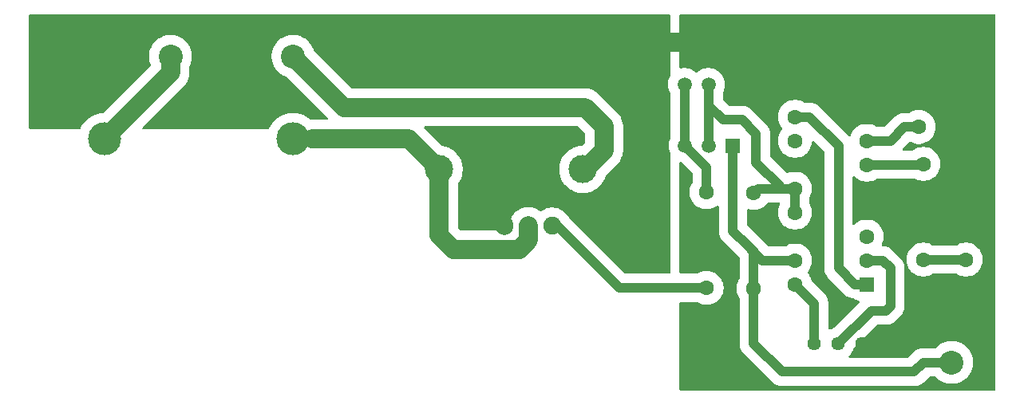
<source format=gbr>
%TF.GenerationSoftware,KiCad,Pcbnew,9.0.4*%
%TF.CreationDate,2025-11-25T15:00:47-03:00*%
%TF.ProjectId,Conversor Boost-MCC. Andr__ Nicollas e Vinicius,436f6e76-6572-4736-9f72-20426f6f7374,rev?*%
%TF.SameCoordinates,Original*%
%TF.FileFunction,Copper,L2,Bot*%
%TF.FilePolarity,Positive*%
%FSLAX46Y46*%
G04 Gerber Fmt 4.6, Leading zero omitted, Abs format (unit mm)*
G04 Created by KiCad (PCBNEW 9.0.4) date 2025-11-25 15:00:47*
%MOMM*%
%LPD*%
G01*
G04 APERTURE LIST*
G04 Aperture macros list*
%AMRoundRect*
0 Rectangle with rounded corners*
0 $1 Rounding radius*
0 $2 $3 $4 $5 $6 $7 $8 $9 X,Y pos of 4 corners*
0 Add a 4 corners polygon primitive as box body*
4,1,4,$2,$3,$4,$5,$6,$7,$8,$9,$2,$3,0*
0 Add four circle primitives for the rounded corners*
1,1,$1+$1,$2,$3*
1,1,$1+$1,$4,$5*
1,1,$1+$1,$6,$7*
1,1,$1+$1,$8,$9*
0 Add four rect primitives between the rounded corners*
20,1,$1+$1,$2,$3,$4,$5,0*
20,1,$1+$1,$4,$5,$6,$7,0*
20,1,$1+$1,$6,$7,$8,$9,0*
20,1,$1+$1,$8,$9,$2,$3,0*%
G04 Aperture macros list end*
%TA.AperFunction,EtchedComponent*%
%ADD10C,0.000000*%
%TD*%
%TA.AperFunction,ComponentPad*%
%ADD11C,3.000000*%
%TD*%
%TA.AperFunction,ComponentPad*%
%ADD12RoundRect,0.250000X0.550000X-0.550000X0.550000X0.550000X-0.550000X0.550000X-0.550000X-0.550000X0*%
%TD*%
%TA.AperFunction,ComponentPad*%
%ADD13C,1.600000*%
%TD*%
%TA.AperFunction,ComponentPad*%
%ADD14C,2.540000*%
%TD*%
%TA.AperFunction,ComponentPad*%
%ADD15O,1.905000X2.000000*%
%TD*%
%TA.AperFunction,ComponentPad*%
%ADD16C,1.905000*%
%TD*%
%TA.AperFunction,ComponentPad*%
%ADD17C,1.440000*%
%TD*%
%TA.AperFunction,ComponentPad*%
%ADD18RoundRect,0.250000X0.550000X0.550000X-0.550000X0.550000X-0.550000X-0.550000X0.550000X-0.550000X0*%
%TD*%
%TA.AperFunction,ComponentPad*%
%ADD19C,1.500000*%
%TD*%
%TA.AperFunction,ComponentPad*%
%ADD20R,1.500000X1.500000*%
%TD*%
%TA.AperFunction,ComponentPad*%
%ADD21C,3.500000*%
%TD*%
%TA.AperFunction,SMDPad,CuDef*%
%ADD22C,2.000000*%
%TD*%
%TA.AperFunction,Conductor*%
%ADD23C,1.000000*%
%TD*%
%TA.AperFunction,Conductor*%
%ADD24C,2.000000*%
%TD*%
G04 APERTURE END LIST*
D10*
%TA.AperFunction,EtchedComponent*%
%TO.C,NT1*%
G36*
X105500000Y-22500000D02*
G01*
X101500000Y-22500000D01*
X101500000Y-20500000D01*
X105500000Y-20500000D01*
X105500000Y-22500000D01*
G37*
%TD.AperFunction*%
%TD*%
D11*
%TO.P,D1,2,A*%
%TO.N,/Dreno*%
X78500000Y-35000000D03*
%TO.P,D1,1,K*%
%TO.N,+24V*%
X93750000Y-35000000D03*
%TD*%
D12*
%TO.P,C1,1*%
%TO.N,+24V*%
X84000000Y-28402651D03*
D13*
%TO.P,C1,2*%
%TO.N,GNDPWR*%
X84000000Y-23402651D03*
%TD*%
%TO.P,C2,2*%
%TO.N,GNDPWR*%
X94000000Y-23402651D03*
D12*
%TO.P,C2,1*%
%TO.N,+24V*%
X94000000Y-28402651D03*
%TD*%
D14*
%TO.P,J3,2,Pin_2*%
%TO.N,GNDPWR*%
X68000000Y-23000000D03*
%TO.P,J3,1,Pin_1*%
%TO.N,+24V*%
X63000000Y-23000000D03*
%TD*%
D15*
%TO.P,Q1,3,S*%
%TO.N,GNDPWR*%
X85420000Y-41000000D03*
D16*
%TO.P,Q1,2,G*%
%TO.N,/Driver*%
X90500000Y-41000000D03*
D15*
%TO.P,Q1,1,D*%
%TO.N,/Dreno*%
X87960000Y-41000000D03*
%TD*%
D17*
%TO.P,RV1,3,3*%
%TO.N,GND*%
X123370000Y-53500000D03*
%TO.P,RV1,2,2*%
%TO.N,Net-(U1-IN)*%
X120830000Y-53500000D03*
%TO.P,RV1,1,1*%
%TO.N,Net-(U1-V_REF)*%
X118290000Y-53500000D03*
%TD*%
D13*
%TO.P,R1,2*%
%TO.N,Net-(R1-Pad2)*%
X129870000Y-44580000D03*
%TO.P,R1,1*%
%TO.N,Net-(U1-RT)*%
X129870000Y-34420000D03*
%TD*%
%TO.P,U1,16,V_REF*%
%TO.N,Net-(U1-V_REF)*%
X116250000Y-47200000D03*
%TO.P,U1,15,V_IN*%
%TO.N,+15V*%
X116250000Y-44660000D03*
%TO.P,U1,14,Eb*%
%TO.N,GND*%
X116250000Y-42120000D03*
%TO.P,U1,13,Cb*%
%TO.N,Net-(Q2-B)*%
X116250000Y-39580000D03*
%TO.P,U1,12,Ea*%
X116250000Y-37040000D03*
%TO.P,U1,11,Ca*%
%TO.N,GND*%
X116250000Y-34500000D03*
%TO.P,U1,10,S/D*%
%TO.N,unconnected-(U1-S{slash}D-Pad10)*%
X116250000Y-31960000D03*
%TO.P,U1,9,COMP*%
%TO.N,Net-(U1-COMP)*%
X116250000Y-29420000D03*
%TO.P,U1,8,GND*%
%TO.N,GND*%
X123870000Y-29420000D03*
%TO.P,U1,7,CT*%
%TO.N,Net-(U1-CT)*%
X123870000Y-31960000D03*
%TO.P,U1,6,RT*%
%TO.N,Net-(U1-RT)*%
X123870000Y-34500000D03*
%TO.P,U1,5,CLSENSE-*%
%TO.N,GND*%
X123870000Y-37040000D03*
%TO.P,U1,4,CLSENSE+*%
X123870000Y-39580000D03*
%TO.P,U1,3,OSC_OUT*%
%TO.N,unconnected-(U1-OSC_OUT-Pad3)*%
X123870000Y-42120000D03*
%TO.P,U1,2,IN*%
%TO.N,Net-(U1-IN)*%
X123870000Y-44660000D03*
D18*
%TO.P,U1,1,INV_IN*%
%TO.N,Net-(U1-COMP)*%
X123870000Y-47200000D03*
%TD*%
D13*
%TO.P,R4,2*%
%TO.N,/Driver*%
X106870000Y-47580000D03*
%TO.P,R4,1*%
%TO.N,Net-(Q2-E)*%
X106870000Y-37420000D03*
%TD*%
%TO.P,R2,2*%
%TO.N,GND*%
X134370000Y-34420000D03*
%TO.P,R2,1*%
%TO.N,Net-(R1-Pad2)*%
X134370000Y-44580000D03*
%TD*%
%TO.P,R3,2*%
%TO.N,Net-(Q2-B)*%
X111870000Y-37500000D03*
%TO.P,R3,1*%
%TO.N,+15V*%
X111870000Y-47660000D03*
%TD*%
D14*
%TO.P,J2,2,Pin_2*%
%TO.N,GND*%
X132870000Y-50500000D03*
%TO.P,J2,1,Pin_1*%
%TO.N,+15V*%
X132870000Y-55500000D03*
%TD*%
D13*
%TO.P,C3,2*%
%TO.N,GND*%
X134370000Y-30500000D03*
%TO.P,C3,1*%
%TO.N,Net-(U1-CT)*%
X129370000Y-30500000D03*
%TD*%
D19*
%TO.P,Q3,3,E*%
%TO.N,Net-(Q2-E)*%
X104580000Y-32480000D03*
%TO.P,Q3,2,B*%
%TO.N,Net-(Q2-B)*%
X107120000Y-32480000D03*
D20*
%TO.P,Q3,1,C*%
%TO.N,+15V*%
X109660000Y-32480000D03*
%TD*%
D19*
%TO.P,Q2,3,E*%
%TO.N,Net-(Q2-E)*%
X104540000Y-25980000D03*
%TO.P,Q2,2,B*%
%TO.N,Net-(Q2-B)*%
X107080000Y-25980000D03*
D20*
%TO.P,Q2,1,C*%
%TO.N,GND*%
X109620000Y-25980000D03*
%TD*%
D21*
%TO.P,L1,1,1*%
%TO.N,/Dreno*%
X63000000Y-31750000D03*
%TO.P,L1,2,2*%
%TO.N,+12V*%
X43000000Y-31750000D03*
%TD*%
D14*
%TO.P,J1,1,Pin_1*%
%TO.N,+12V*%
X50000000Y-23000000D03*
%TO.P,J1,2,Pin_2*%
%TO.N,GNDPWR*%
X55000000Y-23000000D03*
%TD*%
D22*
%TO.P,NT1,1,1*%
%TO.N,GND*%
X105500000Y-21500000D03*
%TO.P,NT1,2,2*%
%TO.N,GNDPWR*%
X101500000Y-21500000D03*
%TD*%
D23*
%TO.N,+15V*%
X109660000Y-41540000D02*
X111245000Y-43125000D01*
X109660000Y-32480000D02*
X109660000Y-41540000D01*
D24*
%TO.N,/Dreno*%
X87000000Y-43500000D02*
X87960000Y-42540000D01*
X87960000Y-42540000D02*
X87960000Y-41000000D01*
X78500000Y-42000000D02*
X80000000Y-43500000D01*
X80000000Y-43500000D02*
X87000000Y-43500000D01*
X78500000Y-35000000D02*
X78500000Y-42000000D01*
%TO.N,+12V*%
X50000000Y-24750000D02*
X43000000Y-31750000D01*
X50000000Y-23000000D02*
X50000000Y-24750000D01*
%TO.N,/Dreno*%
X75250000Y-31750000D02*
X65000000Y-31750000D01*
X75250000Y-31750000D02*
X78500000Y-35000000D01*
%TO.N,+24V*%
X84000000Y-28402651D02*
X68402651Y-28402651D01*
X68402651Y-28402651D02*
X63000000Y-23000000D01*
D23*
%TO.N,/Driver*%
X97580000Y-47580000D02*
X106870000Y-47580000D01*
X91000000Y-41000000D02*
X97580000Y-47580000D01*
D24*
%TO.N,+24V*%
X84000000Y-28402651D02*
X94000000Y-28402651D01*
X96000000Y-33000000D02*
X96000000Y-30402651D01*
X96000000Y-30402651D02*
X94000000Y-28402651D01*
X93750000Y-35000000D02*
X94000000Y-35000000D01*
X94000000Y-35000000D02*
X96000000Y-33000000D01*
D23*
%TO.N,GND*%
X118049000Y-42120000D02*
X118669000Y-41500000D01*
X118669000Y-41500000D02*
X118669000Y-35500000D01*
X116250000Y-42120000D02*
X118049000Y-42120000D01*
%TO.N,Net-(U1-CT)*%
X129370000Y-30500000D02*
X127870000Y-30500000D01*
X127870000Y-30500000D02*
X126410000Y-31960000D01*
%TO.N,GND*%
X118669000Y-35500000D02*
X117669000Y-34500000D01*
X117669000Y-34500000D02*
X116250000Y-34500000D01*
%TO.N,Net-(U1-CT)*%
X126410000Y-31960000D02*
X123870000Y-31960000D01*
%TO.N,Net-(U1-RT)*%
X123870000Y-34500000D02*
X129790000Y-34500000D01*
%TO.N,Net-(U1-IN)*%
X123870000Y-44660000D02*
X125530000Y-44660000D01*
%TO.N,Net-(U1-COMP)*%
X120870000Y-45500000D02*
X120870000Y-32500000D01*
%TO.N,+15V*%
X111870000Y-47660000D02*
X111870000Y-53500000D01*
%TO.N,Net-(U1-IN)*%
X120830000Y-53500000D02*
X124330000Y-50000000D01*
X124030000Y-44500000D02*
X123870000Y-44660000D01*
%TO.N,+15V*%
X111870000Y-53500000D02*
X114870000Y-56500000D01*
X129870000Y-55500000D02*
X132870000Y-55500000D01*
X114870000Y-56500000D02*
X128870000Y-56500000D01*
%TO.N,Net-(R1-Pad2)*%
X134370000Y-44580000D02*
X130030000Y-44580000D01*
%TO.N,Net-(U1-IN)*%
X126370000Y-45500000D02*
X126370000Y-49500000D01*
X125530000Y-44660000D02*
X126370000Y-45500000D01*
%TO.N,Net-(U1-COMP)*%
X122570000Y-47200000D02*
X120870000Y-45500000D01*
%TO.N,Net-(U1-RT)*%
X123950000Y-34580000D02*
X123870000Y-34500000D01*
%TO.N,Net-(U1-IN)*%
X125870000Y-50000000D02*
X126370000Y-49500000D01*
%TO.N,Net-(Q2-B)*%
X116250000Y-39580000D02*
X116250000Y-37040000D01*
%TO.N,Net-(U1-COMP)*%
X123870000Y-47200000D02*
X122570000Y-47200000D01*
X120870000Y-32500000D02*
X117790000Y-29420000D01*
%TO.N,Net-(U1-RT)*%
X129790000Y-34500000D02*
X129870000Y-34580000D01*
%TO.N,+15V*%
X128870000Y-56500000D02*
X129870000Y-55500000D01*
%TO.N,Net-(U1-V_REF)*%
X118290000Y-53500000D02*
X118290000Y-49240000D01*
%TO.N,Net-(R1-Pad2)*%
X130030000Y-44580000D02*
X129870000Y-44740000D01*
%TO.N,Net-(U1-IN)*%
X124330000Y-50000000D02*
X125870000Y-50000000D01*
%TO.N,Net-(U1-V_REF)*%
X118290000Y-49240000D02*
X116250000Y-47200000D01*
%TO.N,Net-(U1-COMP)*%
X117790000Y-29420000D02*
X116250000Y-29420000D01*
%TO.N,Net-(Q2-B)*%
X112330000Y-37040000D02*
X111870000Y-37500000D01*
X107120000Y-32480000D02*
X107120000Y-28250000D01*
X114620000Y-37040000D02*
X112330000Y-37040000D01*
X116250000Y-37040000D02*
X114620000Y-37040000D01*
%TO.N,Net-(Q2-E)*%
X106870000Y-37420000D02*
X106870000Y-34770000D01*
%TO.N,+15V*%
X112780000Y-44660000D02*
X111245000Y-43125000D01*
X116250000Y-44660000D02*
X113210000Y-44660000D01*
X113210000Y-44660000D02*
X112780000Y-44660000D01*
%TO.N,Net-(Q2-E)*%
X106870000Y-34770000D02*
X104580000Y-32480000D01*
%TO.N,Net-(Q2-B)*%
X107120000Y-28250000D02*
X107120000Y-26020000D01*
%TO.N,Net-(Q2-E)*%
X104580000Y-32480000D02*
X104580000Y-26020000D01*
%TO.N,+15V*%
X111870000Y-47660000D02*
X111870000Y-43750000D01*
X111870000Y-43750000D02*
X111245000Y-43125000D01*
%TO.N,Net-(Q2-B)*%
X108620000Y-29750000D02*
X107120000Y-28250000D01*
X112120000Y-34250000D02*
X112120000Y-31250000D01*
X114620000Y-36750000D02*
X112120000Y-34250000D01*
X112120000Y-31250000D02*
X110620000Y-29750000D01*
X110620000Y-29750000D02*
X108620000Y-29750000D01*
X114620000Y-37040000D02*
X114620000Y-36750000D01*
%TD*%
%TA.AperFunction,Conductor*%
%TO.N,GND*%
G36*
X137442539Y-18520185D02*
G01*
X137488294Y-18572989D01*
X137499500Y-18624500D01*
X137499500Y-58375500D01*
X137479815Y-58442539D01*
X137427011Y-58488294D01*
X137375500Y-58499500D01*
X104124000Y-58499500D01*
X104056961Y-58479815D01*
X104011206Y-58427011D01*
X104000000Y-58375500D01*
X104000000Y-49204500D01*
X104019685Y-49137461D01*
X104072489Y-49091706D01*
X104124000Y-49080500D01*
X105834717Y-49080500D01*
X105896717Y-49097113D01*
X106071943Y-49198280D01*
X106071948Y-49198282D01*
X106071951Y-49198284D01*
X106290007Y-49288606D01*
X106517986Y-49349693D01*
X106751989Y-49380500D01*
X106751996Y-49380500D01*
X106988004Y-49380500D01*
X106988011Y-49380500D01*
X107222014Y-49349693D01*
X107449993Y-49288606D01*
X107668049Y-49198284D01*
X107872450Y-49080273D01*
X108059699Y-48936592D01*
X108226592Y-48769699D01*
X108370273Y-48582450D01*
X108481559Y-48389697D01*
X108488284Y-48378050D01*
X108488284Y-48378048D01*
X108578606Y-48159993D01*
X108639693Y-47932014D01*
X108670500Y-47698011D01*
X108670500Y-47461989D01*
X108639693Y-47227986D01*
X108578606Y-47000007D01*
X108488284Y-46781951D01*
X108488282Y-46781948D01*
X108488280Y-46781943D01*
X108446118Y-46708918D01*
X108370273Y-46577550D01*
X108311001Y-46500306D01*
X108226593Y-46390302D01*
X108226587Y-46390295D01*
X108059704Y-46223412D01*
X108059697Y-46223406D01*
X107872454Y-46079730D01*
X107872453Y-46079729D01*
X107872450Y-46079727D01*
X107746622Y-46007080D01*
X107668056Y-45961719D01*
X107668045Y-45961714D01*
X107449993Y-45871394D01*
X107222010Y-45810306D01*
X106988020Y-45779501D01*
X106988017Y-45779500D01*
X106988011Y-45779500D01*
X106751989Y-45779500D01*
X106751983Y-45779500D01*
X106751979Y-45779501D01*
X106517989Y-45810306D01*
X106290006Y-45871394D01*
X106071954Y-45961714D01*
X106071943Y-45961719D01*
X105896717Y-46062887D01*
X105834717Y-46079500D01*
X104124000Y-46079500D01*
X104056961Y-46059815D01*
X104011206Y-46007011D01*
X104000000Y-45955500D01*
X104000000Y-34321389D01*
X104019685Y-34254350D01*
X104072489Y-34208595D01*
X104141647Y-34198651D01*
X104205203Y-34227676D01*
X104211681Y-34233708D01*
X105333181Y-35355208D01*
X105366666Y-35416531D01*
X105369500Y-35442889D01*
X105369500Y-36384717D01*
X105352887Y-36446717D01*
X105251719Y-36621943D01*
X105251714Y-36621954D01*
X105161394Y-36840006D01*
X105100306Y-37067989D01*
X105069501Y-37301979D01*
X105069500Y-37301995D01*
X105069500Y-37538004D01*
X105069501Y-37538020D01*
X105100306Y-37772010D01*
X105161394Y-37999993D01*
X105251714Y-38218045D01*
X105251719Y-38218056D01*
X105322677Y-38340957D01*
X105369727Y-38422450D01*
X105369729Y-38422453D01*
X105369730Y-38422454D01*
X105513406Y-38609697D01*
X105513412Y-38609704D01*
X105680295Y-38776587D01*
X105680302Y-38776593D01*
X105687285Y-38781951D01*
X105867550Y-38920273D01*
X105998918Y-38996118D01*
X106071943Y-39038280D01*
X106071948Y-39038282D01*
X106071951Y-39038284D01*
X106290007Y-39128606D01*
X106517986Y-39189693D01*
X106751989Y-39220500D01*
X106751996Y-39220500D01*
X106988004Y-39220500D01*
X106988011Y-39220500D01*
X107222014Y-39189693D01*
X107449993Y-39128606D01*
X107668049Y-39038284D01*
X107872450Y-38920273D01*
X107960014Y-38853083D01*
X108025183Y-38827889D01*
X108093628Y-38841927D01*
X108143617Y-38890741D01*
X108159500Y-38951459D01*
X108159500Y-41658097D01*
X108196446Y-41891368D01*
X108269433Y-42115996D01*
X108376657Y-42326434D01*
X108515484Y-42517511D01*
X110333181Y-44335208D01*
X110366666Y-44396531D01*
X110369500Y-44422889D01*
X110369500Y-46624717D01*
X110352887Y-46686717D01*
X110251719Y-46861943D01*
X110251714Y-46861954D01*
X110161394Y-47080006D01*
X110100306Y-47307989D01*
X110069501Y-47541979D01*
X110069500Y-47541995D01*
X110069500Y-47778004D01*
X110069501Y-47778020D01*
X110100306Y-48012010D01*
X110161394Y-48239993D01*
X110223403Y-48389697D01*
X110251716Y-48458049D01*
X110352887Y-48633282D01*
X110369500Y-48695281D01*
X110369500Y-53618097D01*
X110406446Y-53851368D01*
X110479433Y-54075996D01*
X110551104Y-54216657D01*
X110586657Y-54286434D01*
X110725483Y-54477510D01*
X113892490Y-57644518D01*
X114012419Y-57731651D01*
X114083567Y-57783343D01*
X114182991Y-57834002D01*
X114294003Y-57890566D01*
X114294005Y-57890566D01*
X114294008Y-57890568D01*
X114414412Y-57929689D01*
X114518631Y-57963553D01*
X114751903Y-58000500D01*
X114751908Y-58000500D01*
X128988097Y-58000500D01*
X129221368Y-57963553D01*
X129445992Y-57890568D01*
X129656434Y-57783343D01*
X129847510Y-57644517D01*
X130455209Y-57036819D01*
X130516532Y-57003334D01*
X130542890Y-57000500D01*
X131108166Y-57000500D01*
X131175205Y-57020185D01*
X131195847Y-57036819D01*
X131369738Y-57210711D01*
X131369744Y-57210716D01*
X131605871Y-57391903D01*
X131863625Y-57540717D01*
X131863626Y-57540717D01*
X131863629Y-57540719D01*
X132046947Y-57616651D01*
X132138603Y-57654617D01*
X132138604Y-57654617D01*
X132138606Y-57654618D01*
X132426097Y-57731651D01*
X132721184Y-57770500D01*
X132721191Y-57770500D01*
X133018809Y-57770500D01*
X133018816Y-57770500D01*
X133313903Y-57731651D01*
X133601394Y-57654618D01*
X133876371Y-57540719D01*
X134134129Y-57391903D01*
X134370257Y-57210715D01*
X134580715Y-57000257D01*
X134761903Y-56764129D01*
X134910719Y-56506371D01*
X135024618Y-56231394D01*
X135101651Y-55943903D01*
X135140500Y-55648816D01*
X135140500Y-55351184D01*
X135101651Y-55056097D01*
X135024618Y-54768606D01*
X134910719Y-54493629D01*
X134901413Y-54477511D01*
X134761903Y-54235871D01*
X134580716Y-53999744D01*
X134580710Y-53999737D01*
X134370262Y-53789289D01*
X134370255Y-53789283D01*
X134134128Y-53608096D01*
X133876374Y-53459282D01*
X133876364Y-53459278D01*
X133601396Y-53345382D01*
X133313901Y-53268348D01*
X133018825Y-53229501D01*
X133018822Y-53229500D01*
X133018816Y-53229500D01*
X132721184Y-53229500D01*
X132721178Y-53229500D01*
X132721174Y-53229501D01*
X132426098Y-53268348D01*
X132138603Y-53345382D01*
X131863635Y-53459278D01*
X131863625Y-53459282D01*
X131605871Y-53608096D01*
X131369744Y-53789283D01*
X131369738Y-53789288D01*
X131195847Y-53963181D01*
X131134524Y-53996666D01*
X131108166Y-53999500D01*
X129751903Y-53999500D01*
X129518631Y-54036446D01*
X129294003Y-54109433D01*
X129083563Y-54216659D01*
X128892496Y-54355476D01*
X128892491Y-54355480D01*
X128284792Y-54963181D01*
X128223469Y-54996666D01*
X128197111Y-54999500D01*
X122063018Y-54999500D01*
X121995979Y-54979815D01*
X121950224Y-54927011D01*
X121940280Y-54857853D01*
X121969305Y-54794297D01*
X121975337Y-54787819D01*
X122126311Y-54636844D01*
X122126316Y-54636839D01*
X122263613Y-54457910D01*
X122376381Y-54262591D01*
X122395407Y-54216659D01*
X122462683Y-54054238D01*
X122462686Y-54054230D01*
X122462689Y-54054223D01*
X122477839Y-53997679D01*
X122509930Y-53942095D01*
X124915208Y-51536819D01*
X124976531Y-51503334D01*
X125002889Y-51500500D01*
X125988097Y-51500500D01*
X126221368Y-51463553D01*
X126445992Y-51390568D01*
X126656434Y-51283343D01*
X126847510Y-51144517D01*
X127514518Y-50477510D01*
X127653343Y-50286433D01*
X127760568Y-50075992D01*
X127833553Y-49851368D01*
X127837696Y-49825208D01*
X127870500Y-49618097D01*
X127870500Y-45381902D01*
X127833553Y-45148631D01*
X127760566Y-44924003D01*
X127686179Y-44778011D01*
X127653343Y-44713566D01*
X127514517Y-44522490D01*
X127454022Y-44461995D01*
X128069500Y-44461995D01*
X128069500Y-44698004D01*
X128069501Y-44698020D01*
X128100306Y-44932010D01*
X128161394Y-45159993D01*
X128251714Y-45378045D01*
X128251719Y-45378056D01*
X128297904Y-45458049D01*
X128369727Y-45582450D01*
X128369729Y-45582453D01*
X128369730Y-45582454D01*
X128513406Y-45769697D01*
X128513412Y-45769704D01*
X128680295Y-45936587D01*
X128680302Y-45936593D01*
X128713043Y-45961716D01*
X128867550Y-46080273D01*
X128998918Y-46156118D01*
X129071943Y-46198280D01*
X129071948Y-46198282D01*
X129071951Y-46198284D01*
X129290007Y-46288606D01*
X129517986Y-46349693D01*
X129751989Y-46380500D01*
X129751996Y-46380500D01*
X129988004Y-46380500D01*
X129988011Y-46380500D01*
X130222014Y-46349693D01*
X130449993Y-46288606D01*
X130668049Y-46198284D01*
X130683381Y-46189432D01*
X130843283Y-46097113D01*
X130905283Y-46080500D01*
X133334717Y-46080500D01*
X133396717Y-46097113D01*
X133571943Y-46198280D01*
X133571948Y-46198282D01*
X133571951Y-46198284D01*
X133790007Y-46288606D01*
X134017986Y-46349693D01*
X134251989Y-46380500D01*
X134251996Y-46380500D01*
X134488004Y-46380500D01*
X134488011Y-46380500D01*
X134722014Y-46349693D01*
X134949993Y-46288606D01*
X135168049Y-46198284D01*
X135372450Y-46080273D01*
X135559699Y-45936592D01*
X135726592Y-45769699D01*
X135870273Y-45582450D01*
X135988284Y-45378049D01*
X136078606Y-45159993D01*
X136139693Y-44932014D01*
X136170500Y-44698011D01*
X136170500Y-44461989D01*
X136139693Y-44227986D01*
X136078606Y-44000007D01*
X135988284Y-43781951D01*
X135988282Y-43781948D01*
X135988280Y-43781943D01*
X135915879Y-43656542D01*
X135870273Y-43577550D01*
X135787978Y-43470301D01*
X135726593Y-43390302D01*
X135726587Y-43390295D01*
X135559704Y-43223412D01*
X135559697Y-43223406D01*
X135372454Y-43079730D01*
X135372453Y-43079729D01*
X135372450Y-43079727D01*
X135265281Y-43017853D01*
X135168056Y-42961719D01*
X135168045Y-42961714D01*
X134949993Y-42871394D01*
X134722010Y-42810306D01*
X134488020Y-42779501D01*
X134488017Y-42779500D01*
X134488011Y-42779500D01*
X134251989Y-42779500D01*
X134251983Y-42779500D01*
X134251979Y-42779501D01*
X134017989Y-42810306D01*
X133790006Y-42871394D01*
X133571954Y-42961714D01*
X133571943Y-42961719D01*
X133396717Y-43062887D01*
X133334717Y-43079500D01*
X130905283Y-43079500D01*
X130843283Y-43062887D01*
X130668056Y-42961719D01*
X130668045Y-42961714D01*
X130449993Y-42871394D01*
X130222010Y-42810306D01*
X129988020Y-42779501D01*
X129988017Y-42779500D01*
X129988011Y-42779500D01*
X129751989Y-42779500D01*
X129751983Y-42779500D01*
X129751979Y-42779501D01*
X129517989Y-42810306D01*
X129290006Y-42871394D01*
X129071954Y-42961714D01*
X129071943Y-42961719D01*
X128867545Y-43079730D01*
X128680302Y-43223406D01*
X128680295Y-43223412D01*
X128513412Y-43390295D01*
X128513406Y-43390302D01*
X128369730Y-43577545D01*
X128251719Y-43781943D01*
X128251714Y-43781954D01*
X128161394Y-44000006D01*
X128100306Y-44227989D01*
X128069501Y-44461979D01*
X128069500Y-44461995D01*
X127454022Y-44461995D01*
X126507510Y-43515483D01*
X126316434Y-43376657D01*
X126105996Y-43269433D01*
X125881368Y-43196446D01*
X125648097Y-43159500D01*
X125648092Y-43159500D01*
X125563657Y-43159500D01*
X125496618Y-43139815D01*
X125450863Y-43087011D01*
X125440919Y-43017853D01*
X125456270Y-42973500D01*
X125488280Y-42918056D01*
X125488280Y-42918055D01*
X125488284Y-42918049D01*
X125578606Y-42699993D01*
X125639693Y-42472014D01*
X125670500Y-42238011D01*
X125670500Y-42001989D01*
X125639693Y-41767986D01*
X125578606Y-41540007D01*
X125488284Y-41321951D01*
X125488282Y-41321948D01*
X125488280Y-41321943D01*
X125416885Y-41198285D01*
X125370273Y-41117550D01*
X125231419Y-40936592D01*
X125226593Y-40930302D01*
X125226587Y-40930295D01*
X125059704Y-40763412D01*
X125059697Y-40763406D01*
X124872454Y-40619730D01*
X124872453Y-40619729D01*
X124872450Y-40619727D01*
X124790957Y-40572677D01*
X124668056Y-40501719D01*
X124668045Y-40501714D01*
X124449993Y-40411394D01*
X124222010Y-40350306D01*
X123988020Y-40319501D01*
X123988017Y-40319500D01*
X123988011Y-40319500D01*
X123751989Y-40319500D01*
X123751983Y-40319500D01*
X123751979Y-40319501D01*
X123517989Y-40350306D01*
X123290006Y-40411394D01*
X123071954Y-40501714D01*
X123071943Y-40501719D01*
X122867545Y-40619730D01*
X122680302Y-40763406D01*
X122680295Y-40763412D01*
X122582181Y-40861527D01*
X122520858Y-40895012D01*
X122451166Y-40890028D01*
X122395233Y-40848156D01*
X122370816Y-40782692D01*
X122370500Y-40773846D01*
X122370500Y-35846154D01*
X122390185Y-35779115D01*
X122442989Y-35733360D01*
X122512147Y-35723416D01*
X122575703Y-35752441D01*
X122582181Y-35758473D01*
X122680295Y-35856587D01*
X122680301Y-35856592D01*
X122867550Y-36000273D01*
X122998918Y-36076118D01*
X123071943Y-36118280D01*
X123071948Y-36118282D01*
X123071951Y-36118284D01*
X123290007Y-36208606D01*
X123517986Y-36269693D01*
X123751989Y-36300500D01*
X123751996Y-36300500D01*
X123988004Y-36300500D01*
X123988011Y-36300500D01*
X124222014Y-36269693D01*
X124449993Y-36208606D01*
X124668049Y-36118284D01*
X124806610Y-36038286D01*
X124843283Y-36017113D01*
X124905283Y-36000500D01*
X128973282Y-36000500D01*
X129035281Y-36017112D01*
X129071951Y-36038284D01*
X129290007Y-36128606D01*
X129517986Y-36189693D01*
X129751989Y-36220500D01*
X129751996Y-36220500D01*
X129988004Y-36220500D01*
X129988011Y-36220500D01*
X130222014Y-36189693D01*
X130449993Y-36128606D01*
X130668049Y-36038284D01*
X130872450Y-35920273D01*
X131059699Y-35776592D01*
X131226592Y-35609699D01*
X131370273Y-35422450D01*
X131488284Y-35218049D01*
X131578606Y-34999993D01*
X131639693Y-34772014D01*
X131670500Y-34538011D01*
X131670500Y-34301989D01*
X131639693Y-34067986D01*
X131578606Y-33840007D01*
X131488284Y-33621951D01*
X131488282Y-33621948D01*
X131488280Y-33621943D01*
X131415879Y-33496542D01*
X131370273Y-33417550D01*
X131292805Y-33316592D01*
X131226593Y-33230302D01*
X131226587Y-33230295D01*
X131059704Y-33063412D01*
X131059697Y-33063406D01*
X130872454Y-32919730D01*
X130872453Y-32919729D01*
X130872450Y-32919727D01*
X130765281Y-32857853D01*
X130668056Y-32801719D01*
X130668045Y-32801714D01*
X130449993Y-32711394D01*
X130222010Y-32650306D01*
X129988020Y-32619501D01*
X129988017Y-32619500D01*
X129988011Y-32619500D01*
X129751989Y-32619500D01*
X129751983Y-32619500D01*
X129751979Y-32619501D01*
X129517989Y-32650306D01*
X129290006Y-32711394D01*
X129071954Y-32801714D01*
X129071943Y-32801719D01*
X128867557Y-32919722D01*
X128867541Y-32919733D01*
X128796981Y-32973876D01*
X128731812Y-32999070D01*
X128721495Y-32999500D01*
X127791889Y-32999500D01*
X127724850Y-32979815D01*
X127679095Y-32927011D01*
X127669151Y-32857853D01*
X127698176Y-32794297D01*
X127704208Y-32787819D01*
X127952034Y-32539993D01*
X128379013Y-32113013D01*
X128440334Y-32079530D01*
X128510025Y-32084514D01*
X128528691Y-32093308D01*
X128571951Y-32118284D01*
X128790007Y-32208606D01*
X129017986Y-32269693D01*
X129251989Y-32300500D01*
X129251996Y-32300500D01*
X129488004Y-32300500D01*
X129488011Y-32300500D01*
X129722014Y-32269693D01*
X129949993Y-32208606D01*
X130168049Y-32118284D01*
X130372450Y-32000273D01*
X130559699Y-31856592D01*
X130726592Y-31689699D01*
X130870273Y-31502450D01*
X130988284Y-31298049D01*
X131078606Y-31079993D01*
X131139693Y-30852014D01*
X131170500Y-30618011D01*
X131170500Y-30381989D01*
X131139693Y-30147986D01*
X131078606Y-29920007D01*
X130988284Y-29701951D01*
X130988282Y-29701948D01*
X130988280Y-29701943D01*
X130893638Y-29538020D01*
X130870273Y-29497550D01*
X130726592Y-29310301D01*
X130726587Y-29310295D01*
X130559704Y-29143412D01*
X130559697Y-29143406D01*
X130372454Y-28999730D01*
X130372453Y-28999729D01*
X130372450Y-28999727D01*
X130290957Y-28952677D01*
X130168056Y-28881719D01*
X130168045Y-28881714D01*
X129949993Y-28791394D01*
X129722010Y-28730306D01*
X129488020Y-28699501D01*
X129488017Y-28699500D01*
X129488011Y-28699500D01*
X129251989Y-28699500D01*
X129251983Y-28699500D01*
X129251979Y-28699501D01*
X129017989Y-28730306D01*
X128790006Y-28791394D01*
X128571954Y-28881714D01*
X128571943Y-28881719D01*
X128396717Y-28982887D01*
X128334717Y-28999500D01*
X127751903Y-28999500D01*
X127518631Y-29036446D01*
X127294003Y-29109433D01*
X127083563Y-29216659D01*
X126892496Y-29355476D01*
X126892491Y-29355480D01*
X125824792Y-30423181D01*
X125763469Y-30456666D01*
X125737111Y-30459500D01*
X124905283Y-30459500D01*
X124843283Y-30442887D01*
X124668056Y-30341719D01*
X124668045Y-30341714D01*
X124449993Y-30251394D01*
X124222010Y-30190306D01*
X123988020Y-30159501D01*
X123988017Y-30159500D01*
X123988011Y-30159500D01*
X123751989Y-30159500D01*
X123751983Y-30159500D01*
X123751979Y-30159501D01*
X123517989Y-30190306D01*
X123290006Y-30251394D01*
X123071954Y-30341714D01*
X123071943Y-30341719D01*
X122867545Y-30459730D01*
X122680302Y-30603406D01*
X122680295Y-30603412D01*
X122513412Y-30770295D01*
X122513406Y-30770302D01*
X122369730Y-30957545D01*
X122251719Y-31161943D01*
X122251714Y-31161954D01*
X122161394Y-31380006D01*
X122155833Y-31400762D01*
X122119468Y-31460422D01*
X122056621Y-31490951D01*
X121987245Y-31482656D01*
X121948377Y-31456349D01*
X118767512Y-28275485D01*
X118767511Y-28275484D01*
X118731747Y-28249500D01*
X118576434Y-28136657D01*
X118365996Y-28029433D01*
X118141368Y-27956446D01*
X117908097Y-27919500D01*
X117908092Y-27919500D01*
X117285283Y-27919500D01*
X117223283Y-27902887D01*
X117048056Y-27801719D01*
X117048045Y-27801714D01*
X116829993Y-27711394D01*
X116602014Y-27650307D01*
X116602013Y-27650306D01*
X116602010Y-27650306D01*
X116368020Y-27619501D01*
X116368017Y-27619500D01*
X116368011Y-27619500D01*
X116131989Y-27619500D01*
X116131983Y-27619500D01*
X116131979Y-27619501D01*
X115897989Y-27650306D01*
X115670006Y-27711394D01*
X115451954Y-27801714D01*
X115451943Y-27801719D01*
X115247545Y-27919730D01*
X115060302Y-28063406D01*
X115060295Y-28063412D01*
X114893412Y-28230295D01*
X114893406Y-28230302D01*
X114749730Y-28417545D01*
X114631719Y-28621943D01*
X114631714Y-28621954D01*
X114541394Y-28840006D01*
X114480306Y-29067989D01*
X114449501Y-29301979D01*
X114449500Y-29301995D01*
X114449500Y-29538004D01*
X114449501Y-29538020D01*
X114480306Y-29772010D01*
X114541394Y-29999993D01*
X114631714Y-30218045D01*
X114631719Y-30218056D01*
X114702677Y-30340957D01*
X114749727Y-30422450D01*
X114749729Y-30422453D01*
X114749730Y-30422454D01*
X114895879Y-30612920D01*
X114894720Y-30613808D01*
X114921537Y-30671662D01*
X114911983Y-30740876D01*
X114895385Y-30766701D01*
X114895879Y-30767080D01*
X114749730Y-30957545D01*
X114631719Y-31161943D01*
X114631714Y-31161954D01*
X114541394Y-31380006D01*
X114480306Y-31607989D01*
X114449501Y-31841979D01*
X114449500Y-31841995D01*
X114449500Y-32078004D01*
X114449501Y-32078020D01*
X114480306Y-32312010D01*
X114541394Y-32539993D01*
X114631714Y-32758045D01*
X114631719Y-32758056D01*
X114689338Y-32857853D01*
X114749727Y-32962450D01*
X114749729Y-32962453D01*
X114749730Y-32962454D01*
X114893406Y-33149697D01*
X114893412Y-33149704D01*
X115060295Y-33316587D01*
X115060301Y-33316592D01*
X115247550Y-33460273D01*
X115378918Y-33536118D01*
X115451943Y-33578280D01*
X115451948Y-33578282D01*
X115451951Y-33578284D01*
X115670007Y-33668606D01*
X115897986Y-33729693D01*
X116131989Y-33760500D01*
X116131996Y-33760500D01*
X116368004Y-33760500D01*
X116368011Y-33760500D01*
X116602014Y-33729693D01*
X116829993Y-33668606D01*
X117048049Y-33578284D01*
X117252450Y-33460273D01*
X117439699Y-33316592D01*
X117606592Y-33149699D01*
X117750273Y-32962450D01*
X117868284Y-32758049D01*
X117958606Y-32539993D01*
X118019693Y-32312014D01*
X118049728Y-32083869D01*
X118077994Y-32019974D01*
X118136319Y-31981503D01*
X118206183Y-31980672D01*
X118260348Y-32012375D01*
X119333181Y-33085208D01*
X119366666Y-33146531D01*
X119369500Y-33172889D01*
X119369500Y-45618097D01*
X119406446Y-45851368D01*
X119479433Y-46075996D01*
X119585672Y-46284500D01*
X119586657Y-46286434D01*
X119725483Y-46477510D01*
X121592490Y-48344517D01*
X121783566Y-48483343D01*
X121882992Y-48534003D01*
X121994003Y-48590566D01*
X121994005Y-48590566D01*
X121994008Y-48590568D01*
X122114412Y-48629689D01*
X122218631Y-48663553D01*
X122451903Y-48700500D01*
X122451908Y-48700500D01*
X122457363Y-48700500D01*
X122524402Y-48720185D01*
X122527979Y-48722572D01*
X122666126Y-48818280D01*
X122700374Y-48842007D01*
X122747347Y-48863343D01*
X122905314Y-48935095D01*
X122905315Y-48935095D01*
X122905317Y-48935096D01*
X122986992Y-48955676D01*
X123047188Y-48991143D01*
X123078654Y-49053526D01*
X123071398Y-49123018D01*
X123044373Y-49163598D01*
X120387905Y-51820066D01*
X120332320Y-51852159D01*
X120275774Y-51867311D01*
X120275772Y-51867312D01*
X120067417Y-51953614D01*
X120067401Y-51953622D01*
X119976500Y-52006105D01*
X119908600Y-52022578D01*
X119842573Y-51999726D01*
X119799382Y-51944804D01*
X119790500Y-51898718D01*
X119790500Y-49121902D01*
X119753553Y-48888631D01*
X119714909Y-48769697D01*
X119680568Y-48664008D01*
X119680566Y-48664005D01*
X119680566Y-48664003D01*
X119624002Y-48552991D01*
X119573343Y-48453567D01*
X119518476Y-48378049D01*
X119434518Y-48262490D01*
X118043068Y-46871041D01*
X118010975Y-46815454D01*
X117958606Y-46620007D01*
X117899582Y-46477510D01*
X117868288Y-46401959D01*
X117868280Y-46401943D01*
X117802844Y-46288606D01*
X117750273Y-46197550D01*
X117660458Y-46080500D01*
X117604121Y-46007080D01*
X117605286Y-46006185D01*
X117578469Y-45948381D01*
X117587998Y-45879165D01*
X117604619Y-45853302D01*
X117604121Y-45852920D01*
X117660457Y-45779501D01*
X117750273Y-45662450D01*
X117868284Y-45458049D01*
X117958606Y-45239993D01*
X118019693Y-45012014D01*
X118050500Y-44778011D01*
X118050500Y-44541989D01*
X118019693Y-44307986D01*
X117958606Y-44080007D01*
X117868284Y-43861951D01*
X117868282Y-43861948D01*
X117868280Y-43861943D01*
X117822091Y-43781943D01*
X117750273Y-43657550D01*
X117606592Y-43470301D01*
X117606587Y-43470295D01*
X117439704Y-43303412D01*
X117439697Y-43303406D01*
X117252454Y-43159730D01*
X117252453Y-43159729D01*
X117252450Y-43159727D01*
X117170957Y-43112677D01*
X117048056Y-43041719D01*
X117048045Y-43041714D01*
X116829993Y-42951394D01*
X116602010Y-42890306D01*
X116368020Y-42859501D01*
X116368017Y-42859500D01*
X116368011Y-42859500D01*
X116131989Y-42859500D01*
X116131983Y-42859500D01*
X116131979Y-42859501D01*
X115897989Y-42890306D01*
X115670006Y-42951394D01*
X115451954Y-43041714D01*
X115451943Y-43041719D01*
X115276717Y-43142887D01*
X115214717Y-43159500D01*
X113452890Y-43159500D01*
X113385851Y-43139815D01*
X113365209Y-43123181D01*
X112222510Y-41980483D01*
X111196819Y-40954792D01*
X111163334Y-40893469D01*
X111160500Y-40867111D01*
X111160500Y-39335504D01*
X111180185Y-39268465D01*
X111232989Y-39222710D01*
X111302147Y-39212766D01*
X111316578Y-39215725D01*
X111517986Y-39269693D01*
X111751989Y-39300500D01*
X111751996Y-39300500D01*
X111988004Y-39300500D01*
X111988011Y-39300500D01*
X112222014Y-39269693D01*
X112449993Y-39208606D01*
X112668049Y-39118284D01*
X112872450Y-39000273D01*
X113059699Y-38856592D01*
X113226592Y-38689699D01*
X113303850Y-38589013D01*
X113360277Y-38547811D01*
X113402226Y-38540500D01*
X114501908Y-38540500D01*
X114556343Y-38540500D01*
X114623382Y-38560185D01*
X114669137Y-38612989D01*
X114679081Y-38682147D01*
X114663730Y-38726500D01*
X114631719Y-38781943D01*
X114631714Y-38781954D01*
X114541394Y-39000006D01*
X114480306Y-39227989D01*
X114449501Y-39461979D01*
X114449500Y-39461995D01*
X114449500Y-39698004D01*
X114449501Y-39698020D01*
X114480306Y-39932010D01*
X114541394Y-40159993D01*
X114631714Y-40378045D01*
X114631719Y-40378056D01*
X114702677Y-40500957D01*
X114749727Y-40582450D01*
X114749729Y-40582453D01*
X114749730Y-40582454D01*
X114893406Y-40769697D01*
X114893412Y-40769704D01*
X115060295Y-40936587D01*
X115060302Y-40936593D01*
X115170306Y-41021001D01*
X115247550Y-41080273D01*
X115378918Y-41156118D01*
X115451943Y-41198280D01*
X115451948Y-41198282D01*
X115451951Y-41198284D01*
X115670007Y-41288606D01*
X115897986Y-41349693D01*
X116131989Y-41380500D01*
X116131996Y-41380500D01*
X116368004Y-41380500D01*
X116368011Y-41380500D01*
X116602014Y-41349693D01*
X116829993Y-41288606D01*
X117048049Y-41198284D01*
X117252450Y-41080273D01*
X117439699Y-40936592D01*
X117606592Y-40769699D01*
X117750273Y-40582450D01*
X117868284Y-40378049D01*
X117958606Y-40159993D01*
X118019693Y-39932014D01*
X118050500Y-39698011D01*
X118050500Y-39461989D01*
X118019693Y-39227986D01*
X117958606Y-39000007D01*
X117868284Y-38781951D01*
X117868282Y-38781948D01*
X117868280Y-38781943D01*
X117767113Y-38606717D01*
X117750500Y-38544717D01*
X117750500Y-38075281D01*
X117767112Y-38013282D01*
X117868284Y-37838049D01*
X117958606Y-37619993D01*
X118019693Y-37392014D01*
X118050500Y-37158011D01*
X118050500Y-36921989D01*
X118019693Y-36687986D01*
X117958606Y-36460007D01*
X117868284Y-36241951D01*
X117868282Y-36241948D01*
X117868280Y-36241943D01*
X117802844Y-36128606D01*
X117750273Y-36037550D01*
X117611419Y-35856592D01*
X117606593Y-35850302D01*
X117606587Y-35850295D01*
X117439704Y-35683412D01*
X117439697Y-35683406D01*
X117252454Y-35539730D01*
X117252453Y-35539729D01*
X117252450Y-35539727D01*
X117170957Y-35492677D01*
X117048056Y-35421719D01*
X117048045Y-35421714D01*
X116829993Y-35331394D01*
X116602010Y-35270306D01*
X116368020Y-35239501D01*
X116368017Y-35239500D01*
X116368011Y-35239500D01*
X116131989Y-35239500D01*
X116131983Y-35239500D01*
X116131979Y-35239501D01*
X115897989Y-35270306D01*
X115670003Y-35331395D01*
X115501479Y-35401199D01*
X115432010Y-35408668D01*
X115369531Y-35377392D01*
X115366346Y-35374319D01*
X113656819Y-33664792D01*
X113623334Y-33603469D01*
X113620500Y-33577111D01*
X113620500Y-31131902D01*
X113583553Y-30898631D01*
X113568405Y-30852010D01*
X113510568Y-30674008D01*
X113504503Y-30662105D01*
X113403343Y-30463566D01*
X113264517Y-30272490D01*
X111597510Y-28605483D01*
X111406434Y-28466657D01*
X111195996Y-28359433D01*
X110971368Y-28286446D01*
X110738097Y-28249500D01*
X110738092Y-28249500D01*
X109292889Y-28249500D01*
X109225850Y-28229815D01*
X109205208Y-28213181D01*
X108656819Y-27664792D01*
X108623334Y-27603469D01*
X108620500Y-27577111D01*
X108620500Y-26846001D01*
X108637114Y-26784000D01*
X108653338Y-26755899D01*
X108653348Y-26755879D01*
X108672128Y-26710538D01*
X108741158Y-26543887D01*
X108800548Y-26322238D01*
X108830500Y-26094734D01*
X108830500Y-25865266D01*
X108800548Y-25637762D01*
X108741158Y-25416113D01*
X108653344Y-25204112D01*
X108538611Y-25005388D01*
X108538608Y-25005385D01*
X108538607Y-25005382D01*
X108398918Y-24823338D01*
X108398911Y-24823330D01*
X108236670Y-24661089D01*
X108236661Y-24661081D01*
X108054617Y-24521392D01*
X107855890Y-24406657D01*
X107855876Y-24406650D01*
X107643887Y-24318842D01*
X107422238Y-24259452D01*
X107384215Y-24254446D01*
X107194741Y-24229500D01*
X107194734Y-24229500D01*
X106965266Y-24229500D01*
X106965258Y-24229500D01*
X106748715Y-24258009D01*
X106737762Y-24259452D01*
X106696097Y-24270616D01*
X106516112Y-24318842D01*
X106304123Y-24406650D01*
X106304109Y-24406657D01*
X106105382Y-24521392D01*
X105923338Y-24661081D01*
X105897681Y-24686738D01*
X105836358Y-24720223D01*
X105766666Y-24715239D01*
X105722319Y-24686738D01*
X105696670Y-24661089D01*
X105696661Y-24661081D01*
X105514617Y-24521392D01*
X105315890Y-24406657D01*
X105315876Y-24406650D01*
X105103887Y-24318842D01*
X104882238Y-24259452D01*
X104844215Y-24254446D01*
X104654741Y-24229500D01*
X104654734Y-24229500D01*
X104425266Y-24229500D01*
X104425258Y-24229500D01*
X104223040Y-24256124D01*
X104197762Y-24259452D01*
X104197759Y-24259452D01*
X104197747Y-24259455D01*
X104156092Y-24270616D01*
X104086242Y-24268952D01*
X104028380Y-24229789D01*
X104000877Y-24165560D01*
X104000000Y-24150841D01*
X104000000Y-18624500D01*
X104019685Y-18557461D01*
X104072489Y-18511706D01*
X104124000Y-18500500D01*
X137375500Y-18500500D01*
X137442539Y-18520185D01*
G37*
%TD.AperFunction*%
%TD*%
%TA.AperFunction,Conductor*%
%TO.N,GNDPWR*%
G36*
X102943039Y-18520185D02*
G01*
X102988794Y-18572989D01*
X103000000Y-18624500D01*
X103000000Y-25113132D01*
X102983388Y-25175131D01*
X102966655Y-25204113D01*
X102966650Y-25204123D01*
X102878842Y-25416112D01*
X102878842Y-25416113D01*
X102819738Y-25636697D01*
X102819453Y-25637759D01*
X102819451Y-25637770D01*
X102789500Y-25865258D01*
X102789500Y-26094741D01*
X102814446Y-26284215D01*
X102819452Y-26322238D01*
X102850036Y-26436379D01*
X102878842Y-26543887D01*
X102966651Y-26755879D01*
X102966661Y-26755899D01*
X102983386Y-26784866D01*
X103000000Y-26846867D01*
X103000000Y-31695514D01*
X102990561Y-31742967D01*
X102918845Y-31916103D01*
X102918842Y-31916113D01*
X102859453Y-32137759D01*
X102859451Y-32137770D01*
X102829500Y-32365258D01*
X102829500Y-32594741D01*
X102854446Y-32784215D01*
X102859452Y-32822238D01*
X102918842Y-33043887D01*
X102989315Y-33214023D01*
X102990561Y-33217031D01*
X103000000Y-33264484D01*
X103000000Y-45955500D01*
X102980315Y-46022539D01*
X102927511Y-46068294D01*
X102876000Y-46079500D01*
X98252889Y-46079500D01*
X98185850Y-46059815D01*
X98165208Y-46043181D01*
X92265481Y-40143454D01*
X92245775Y-40117773D01*
X92127347Y-39912647D01*
X91971488Y-39709529D01*
X91790470Y-39528511D01*
X91587352Y-39372652D01*
X91365646Y-39244651D01*
X91365631Y-39244644D01*
X91129116Y-39146677D01*
X91014349Y-39115925D01*
X90881829Y-39080417D01*
X90825423Y-39072991D01*
X90628013Y-39047000D01*
X90628006Y-39047000D01*
X90371994Y-39047000D01*
X90371986Y-39047000D01*
X90146373Y-39076704D01*
X90118171Y-39080417D01*
X90051911Y-39098171D01*
X89870883Y-39146677D01*
X89634368Y-39244644D01*
X89634353Y-39244651D01*
X89412643Y-39372655D01*
X89344499Y-39424944D01*
X89279330Y-39450138D01*
X89210885Y-39436099D01*
X89193531Y-39424947D01*
X89073803Y-39333076D01*
X89073799Y-39333074D01*
X89073797Y-39333072D01*
X88846700Y-39201958D01*
X88846690Y-39201953D01*
X88604428Y-39101605D01*
X88604421Y-39101603D01*
X88604419Y-39101602D01*
X88351116Y-39033730D01*
X88293339Y-39026123D01*
X88091127Y-38999500D01*
X88091120Y-38999500D01*
X87828880Y-38999500D01*
X87828872Y-38999500D01*
X87597772Y-39029926D01*
X87568884Y-39033730D01*
X87394645Y-39080417D01*
X87315581Y-39101602D01*
X87315571Y-39101605D01*
X87073309Y-39201953D01*
X87073299Y-39201958D01*
X86846196Y-39333075D01*
X86638148Y-39492718D01*
X86452718Y-39678148D01*
X86293075Y-39886196D01*
X86161958Y-40113299D01*
X86161953Y-40113309D01*
X86061605Y-40355571D01*
X86061602Y-40355581D01*
X85993730Y-40608885D01*
X85959500Y-40868872D01*
X85959500Y-41375500D01*
X85939815Y-41442539D01*
X85887011Y-41488294D01*
X85835500Y-41499500D01*
X80879997Y-41499500D01*
X80812958Y-41479815D01*
X80792316Y-41463181D01*
X80536819Y-41207684D01*
X80503334Y-41146361D01*
X80500500Y-41120003D01*
X80500500Y-36545332D01*
X80520185Y-36478293D01*
X80527554Y-36468018D01*
X80542523Y-36449248D01*
X80691945Y-36211445D01*
X80813801Y-35958408D01*
X80906560Y-35693318D01*
X80969055Y-35419509D01*
X80976602Y-35352532D01*
X81000499Y-35140431D01*
X81000500Y-35140427D01*
X81000500Y-34859572D01*
X81000499Y-34859568D01*
X80969057Y-34580505D01*
X80969054Y-34580487D01*
X80906560Y-34306682D01*
X80906556Y-34306670D01*
X80855615Y-34161090D01*
X80813801Y-34041592D01*
X80691945Y-33788555D01*
X80542523Y-33550752D01*
X80367416Y-33331175D01*
X80168825Y-33132584D01*
X79949248Y-32957477D01*
X79711445Y-32808055D01*
X79711442Y-32808053D01*
X79458411Y-32686200D01*
X79193329Y-32593443D01*
X79193317Y-32593439D01*
X78919512Y-32530945D01*
X78919502Y-32530944D01*
X78895643Y-32528255D01*
X78831230Y-32501186D01*
X78821850Y-32492716D01*
X76943966Y-30614832D01*
X76910481Y-30553509D01*
X76915465Y-30483817D01*
X76957337Y-30427884D01*
X77022801Y-30403467D01*
X77031647Y-30403151D01*
X83868880Y-30403151D01*
X93120004Y-30403151D01*
X93187043Y-30422836D01*
X93207685Y-30439470D01*
X93963181Y-31194966D01*
X93996666Y-31256289D01*
X93999500Y-31282647D01*
X93999500Y-32120004D01*
X93979815Y-32187043D01*
X93963181Y-32207685D01*
X93707685Y-32463181D01*
X93646362Y-32496666D01*
X93620004Y-32499500D01*
X93609568Y-32499500D01*
X93330505Y-32530942D01*
X93330487Y-32530945D01*
X93056682Y-32593439D01*
X93056670Y-32593443D01*
X92791588Y-32686200D01*
X92538557Y-32808053D01*
X92300753Y-32957476D01*
X92081175Y-33132583D01*
X91882583Y-33331175D01*
X91707477Y-33550752D01*
X91558053Y-33788557D01*
X91436200Y-34041588D01*
X91343443Y-34306670D01*
X91343439Y-34306682D01*
X91280945Y-34580487D01*
X91280942Y-34580505D01*
X91249500Y-34859568D01*
X91249500Y-35140431D01*
X91280942Y-35419494D01*
X91280945Y-35419512D01*
X91343439Y-35693317D01*
X91343443Y-35693329D01*
X91436200Y-35958411D01*
X91558053Y-36211442D01*
X91558055Y-36211445D01*
X91707477Y-36449248D01*
X91882584Y-36668825D01*
X92081175Y-36867416D01*
X92300752Y-37042523D01*
X92538555Y-37191945D01*
X92791592Y-37313801D01*
X92990680Y-37383465D01*
X93056670Y-37406556D01*
X93056682Y-37406560D01*
X93330491Y-37469055D01*
X93330497Y-37469055D01*
X93330505Y-37469057D01*
X93516547Y-37490018D01*
X93609569Y-37500499D01*
X93609572Y-37500500D01*
X93609575Y-37500500D01*
X93890428Y-37500500D01*
X93890429Y-37500499D01*
X94033055Y-37484429D01*
X94169494Y-37469057D01*
X94169499Y-37469056D01*
X94169509Y-37469055D01*
X94443318Y-37406560D01*
X94708408Y-37313801D01*
X94961445Y-37191945D01*
X95199248Y-37042523D01*
X95418825Y-36867416D01*
X95617416Y-36668825D01*
X95792523Y-36449248D01*
X95941945Y-36211445D01*
X96063801Y-35958408D01*
X96124133Y-35785987D01*
X96157710Y-35690033D01*
X96158770Y-35690404D01*
X96187571Y-35641561D01*
X97507283Y-34321851D01*
X97630635Y-34161095D01*
X97666924Y-34113803D01*
X97798043Y-33886697D01*
X97898398Y-33644419D01*
X97923496Y-33550752D01*
X97966271Y-33391116D01*
X97989585Y-33214022D01*
X98000500Y-33131120D01*
X98000500Y-30271531D01*
X97975689Y-30083076D01*
X97966271Y-30011535D01*
X97898398Y-29758232D01*
X97798043Y-29515954D01*
X97772027Y-29470893D01*
X97666924Y-29288847D01*
X97597611Y-29198519D01*
X97507283Y-29080800D01*
X97507280Y-29080797D01*
X97507277Y-29080793D01*
X95610428Y-27183945D01*
X95596187Y-27166888D01*
X95513819Y-27047997D01*
X95354654Y-26888832D01*
X95354650Y-26888829D01*
X95354645Y-26888825D01*
X95169632Y-26760648D01*
X95169626Y-26760644D01*
X95115731Y-26736164D01*
X95105013Y-26730652D01*
X94886700Y-26604609D01*
X94886690Y-26604605D01*
X94644419Y-26504253D01*
X94391112Y-26436379D01*
X94261118Y-26419266D01*
X94131127Y-26402151D01*
X94131120Y-26402151D01*
X84131120Y-26402151D01*
X69282647Y-26402151D01*
X69215608Y-26382466D01*
X69194966Y-26365832D01*
X65198930Y-22369796D01*
X65166836Y-22314207D01*
X65154618Y-22268606D01*
X65040719Y-21993629D01*
X64891903Y-21735871D01*
X64710715Y-21499743D01*
X64710710Y-21499737D01*
X64500262Y-21289289D01*
X64500255Y-21289283D01*
X64264128Y-21108096D01*
X64006374Y-20959282D01*
X64006364Y-20959278D01*
X63731396Y-20845382D01*
X63443901Y-20768348D01*
X63148825Y-20729501D01*
X63148822Y-20729500D01*
X63148816Y-20729500D01*
X62851184Y-20729500D01*
X62851178Y-20729500D01*
X62851174Y-20729501D01*
X62556098Y-20768348D01*
X62268603Y-20845382D01*
X61993635Y-20959278D01*
X61993625Y-20959282D01*
X61735871Y-21108096D01*
X61499744Y-21289283D01*
X61499737Y-21289289D01*
X61289289Y-21499737D01*
X61289283Y-21499744D01*
X61108096Y-21735871D01*
X60959282Y-21993625D01*
X60959278Y-21993635D01*
X60845382Y-22268603D01*
X60768348Y-22556098D01*
X60729501Y-22851174D01*
X60729500Y-22851190D01*
X60729500Y-23148809D01*
X60729501Y-23148825D01*
X60768348Y-23443901D01*
X60845382Y-23731396D01*
X60959278Y-24006364D01*
X60959282Y-24006374D01*
X61108096Y-24264128D01*
X61289283Y-24500255D01*
X61289289Y-24500262D01*
X61499737Y-24710710D01*
X61499744Y-24710716D01*
X61735871Y-24891903D01*
X61993625Y-25040717D01*
X61993626Y-25040717D01*
X61993629Y-25040719D01*
X62268606Y-25154618D01*
X62314208Y-25166836D01*
X62369796Y-25198930D01*
X66708685Y-29537819D01*
X66742170Y-29599142D01*
X66737186Y-29668834D01*
X66695314Y-29724767D01*
X66629850Y-29749184D01*
X66621004Y-29749500D01*
X64940656Y-29749500D01*
X64873617Y-29729815D01*
X64852975Y-29713181D01*
X64835673Y-29695879D01*
X64774334Y-29646963D01*
X64594143Y-29503265D01*
X64332565Y-29338905D01*
X64332562Y-29338903D01*
X64054236Y-29204868D01*
X64054222Y-29204862D01*
X63762647Y-29102835D01*
X63762635Y-29102831D01*
X63461455Y-29034089D01*
X63461437Y-29034086D01*
X63154471Y-28999500D01*
X63154465Y-28999500D01*
X62845535Y-28999500D01*
X62845528Y-28999500D01*
X62538562Y-29034086D01*
X62538544Y-29034089D01*
X62237364Y-29102831D01*
X62237352Y-29102835D01*
X61945777Y-29204862D01*
X61945763Y-29204868D01*
X61667437Y-29338903D01*
X61405858Y-29503264D01*
X61164326Y-29695879D01*
X60945879Y-29914326D01*
X60753264Y-30155858D01*
X60588903Y-30417437D01*
X60462555Y-30679802D01*
X60415732Y-30731661D01*
X60350835Y-30750000D01*
X47128496Y-30750000D01*
X47061457Y-30730315D01*
X47015702Y-30677511D01*
X47005758Y-30608353D01*
X47034783Y-30544797D01*
X47040815Y-30538319D01*
X51507276Y-26071858D01*
X51507283Y-26071851D01*
X51597611Y-25954131D01*
X51666924Y-25863803D01*
X51798043Y-25636697D01*
X51898398Y-25394419D01*
X51931602Y-25270500D01*
X51966271Y-25141116D01*
X51984139Y-25005388D01*
X52000500Y-24881120D01*
X52000500Y-24109257D01*
X52017114Y-24047255D01*
X52027017Y-24030103D01*
X52040719Y-24006371D01*
X52154618Y-23731394D01*
X52231651Y-23443903D01*
X52270500Y-23148816D01*
X52270500Y-22851184D01*
X52231651Y-22556097D01*
X52154618Y-22268606D01*
X52040719Y-21993629D01*
X51891903Y-21735871D01*
X51710715Y-21499743D01*
X51710710Y-21499737D01*
X51500262Y-21289289D01*
X51500255Y-21289283D01*
X51264128Y-21108096D01*
X51006374Y-20959282D01*
X51006364Y-20959278D01*
X50731396Y-20845382D01*
X50443901Y-20768348D01*
X50148825Y-20729501D01*
X50148822Y-20729500D01*
X50148816Y-20729500D01*
X49851184Y-20729500D01*
X49851178Y-20729500D01*
X49851174Y-20729501D01*
X49556098Y-20768348D01*
X49268603Y-20845382D01*
X48993635Y-20959278D01*
X48993625Y-20959282D01*
X48735871Y-21108096D01*
X48499744Y-21289283D01*
X48499737Y-21289289D01*
X48289289Y-21499737D01*
X48289283Y-21499744D01*
X48108096Y-21735871D01*
X47959282Y-21993625D01*
X47959278Y-21993635D01*
X47845382Y-22268603D01*
X47768348Y-22556098D01*
X47729501Y-22851174D01*
X47729500Y-22851190D01*
X47729500Y-23148809D01*
X47729501Y-23148825D01*
X47768348Y-23443901D01*
X47845382Y-23731396D01*
X47914456Y-23898154D01*
X47921925Y-23967624D01*
X47890650Y-24030103D01*
X47887576Y-24033288D01*
X42957685Y-28963181D01*
X42896362Y-28996666D01*
X42870004Y-28999500D01*
X42845528Y-28999500D01*
X42538562Y-29034086D01*
X42538544Y-29034089D01*
X42237364Y-29102831D01*
X42237352Y-29102835D01*
X41945777Y-29204862D01*
X41945763Y-29204868D01*
X41667437Y-29338903D01*
X41405858Y-29503264D01*
X41164326Y-29695879D01*
X40945879Y-29914326D01*
X40753264Y-30155858D01*
X40588903Y-30417437D01*
X40462555Y-30679802D01*
X40415732Y-30731661D01*
X40350835Y-30750000D01*
X35124500Y-30750000D01*
X35057461Y-30730315D01*
X35011706Y-30677511D01*
X35000500Y-30626000D01*
X35000500Y-18624500D01*
X35020185Y-18557461D01*
X35072989Y-18511706D01*
X35124500Y-18500500D01*
X102876000Y-18500500D01*
X102943039Y-18520185D01*
G37*
%TD.AperFunction*%
%TD*%
M02*

</source>
